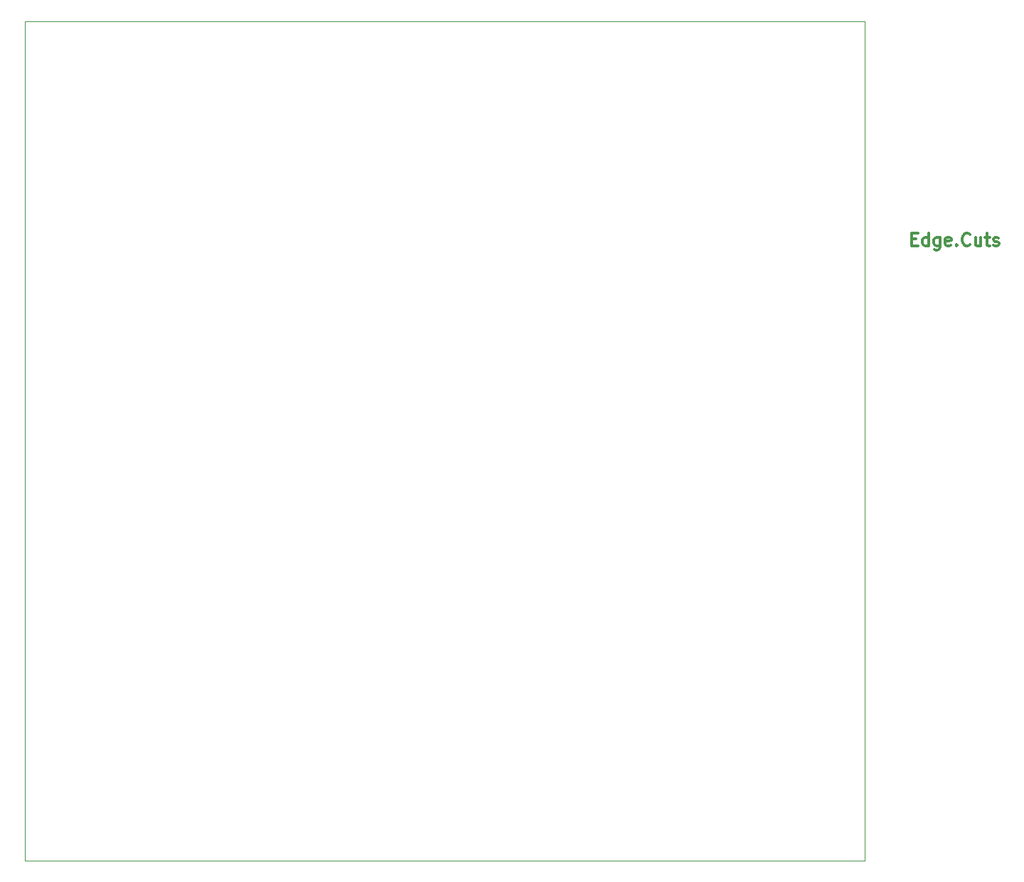
<source format=gbr>
G04 (created by PCBNEW (2013-07-07 BZR 4022)-stable) date 9/18/2013 14:10:40*
%MOIN*%
G04 Gerber Fmt 3.4, Leading zero omitted, Abs format*
%FSLAX34Y34*%
G01*
G70*
G90*
G04 APERTURE LIST*
%ADD10C,0.00590551*%
%ADD11C,0.011811*%
%ADD12C,0.00393701*%
G04 APERTURE END LIST*
G54D10*
G54D11*
X53388Y-20461D02*
X53585Y-20461D01*
X53669Y-20770D02*
X53388Y-20770D01*
X53388Y-20179D01*
X53669Y-20179D01*
X54176Y-20770D02*
X54176Y-20179D01*
X54176Y-20742D02*
X54119Y-20770D01*
X54007Y-20770D01*
X53951Y-20742D01*
X53922Y-20714D01*
X53894Y-20658D01*
X53894Y-20489D01*
X53922Y-20433D01*
X53951Y-20404D01*
X54007Y-20376D01*
X54119Y-20376D01*
X54176Y-20404D01*
X54710Y-20376D02*
X54710Y-20854D01*
X54682Y-20911D01*
X54654Y-20939D01*
X54597Y-20967D01*
X54513Y-20967D01*
X54457Y-20939D01*
X54710Y-20742D02*
X54654Y-20770D01*
X54541Y-20770D01*
X54485Y-20742D01*
X54457Y-20714D01*
X54429Y-20658D01*
X54429Y-20489D01*
X54457Y-20433D01*
X54485Y-20404D01*
X54541Y-20376D01*
X54654Y-20376D01*
X54710Y-20404D01*
X55216Y-20742D02*
X55160Y-20770D01*
X55047Y-20770D01*
X54991Y-20742D01*
X54963Y-20686D01*
X54963Y-20461D01*
X54991Y-20404D01*
X55047Y-20376D01*
X55160Y-20376D01*
X55216Y-20404D01*
X55244Y-20461D01*
X55244Y-20517D01*
X54963Y-20573D01*
X55497Y-20714D02*
X55525Y-20742D01*
X55497Y-20770D01*
X55469Y-20742D01*
X55497Y-20714D01*
X55497Y-20770D01*
X56116Y-20714D02*
X56088Y-20742D01*
X56003Y-20770D01*
X55947Y-20770D01*
X55863Y-20742D01*
X55807Y-20686D01*
X55778Y-20629D01*
X55750Y-20517D01*
X55750Y-20433D01*
X55778Y-20320D01*
X55807Y-20264D01*
X55863Y-20208D01*
X55947Y-20179D01*
X56003Y-20179D01*
X56088Y-20208D01*
X56116Y-20236D01*
X56622Y-20376D02*
X56622Y-20770D01*
X56369Y-20376D02*
X56369Y-20686D01*
X56397Y-20742D01*
X56453Y-20770D01*
X56538Y-20770D01*
X56594Y-20742D01*
X56622Y-20714D01*
X56819Y-20376D02*
X57044Y-20376D01*
X56903Y-20179D02*
X56903Y-20686D01*
X56931Y-20742D01*
X56988Y-20770D01*
X57044Y-20770D01*
X57213Y-20742D02*
X57269Y-20770D01*
X57381Y-20770D01*
X57438Y-20742D01*
X57466Y-20686D01*
X57466Y-20658D01*
X57438Y-20601D01*
X57381Y-20573D01*
X57297Y-20573D01*
X57241Y-20545D01*
X57213Y-20489D01*
X57213Y-20461D01*
X57241Y-20404D01*
X57297Y-20376D01*
X57381Y-20376D01*
X57438Y-20404D01*
G54D12*
X11811Y-49606D02*
X11811Y-10236D01*
X51181Y-49606D02*
X11811Y-49606D01*
X51181Y-10236D02*
X51181Y-49606D01*
X11811Y-10236D02*
X51181Y-10236D01*
M02*

</source>
